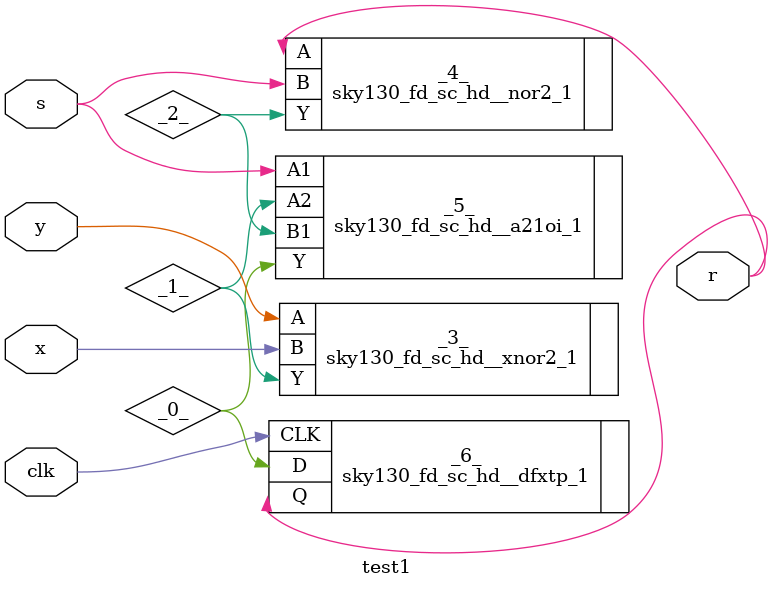
<source format=v>
/* Generated by Yosys 0.9 (git sha1 1979e0b) */

module test1(x, y, s, clk, r);
  wire _0_;
  wire _1_;
  wire _2_;
  input clk;
  output r;
  input s;
  input x;
  input y;
  sky130_fd_sc_hd__xnor2_1 _3_ (
    .A(y),
    .B(x),
    .Y(_1_)
  );
  sky130_fd_sc_hd__nor2_1 _4_ (
    .A(r),
    .B(s),
    .Y(_2_)
  );
  sky130_fd_sc_hd__a21oi_1 _5_ (
    .A1(s),
    .A2(_1_),
    .B1(_2_),
    .Y(_0_)
  );
  sky130_fd_sc_hd__dfxtp_1 _6_ (
    .CLK(clk),
    .D(_0_),
    .Q(r)
  );
endmodule

</source>
